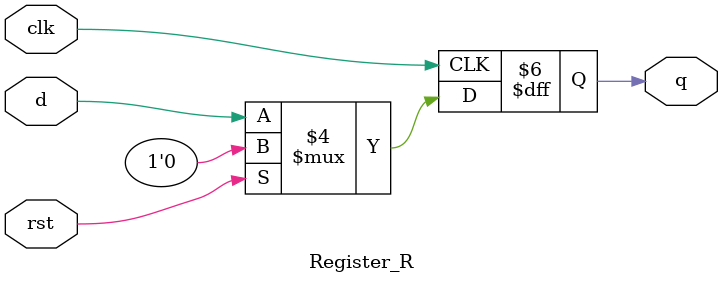
<source format=v>
module Register_R(q, d, rst, clk);
    parameter N = 1;
    parameter INIT = {N{1'b0}};
    output reg [N-1:0] q;
    input [N-1:0]      d;
    input 	      rst, clk;
    initial
        q = INIT;
    always @(posedge clk)
        if (rst)
            q <= INIT;
        else
            q <= d;
endmodule // REGISTER_R

</source>
